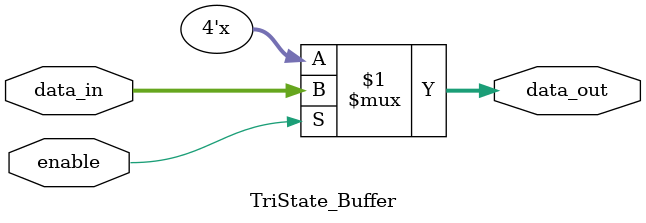
<source format=sv>
module TriState_NAND (
    input        en,
    input  [3:0] a, b,
    output [3:0] y
);
    // Internal connections
    wire [3:0] nand_result;
    
    // Instantiate logic operation submodule
    NAND_Logic u_nand_logic (
        .in_a          (a),
        .in_b          (b),
        .nand_out      (nand_result)
    );
    
    // Instantiate tristate buffer submodule
    TriState_Buffer u_tristate_buffer (
        .enable        (en),
        .data_in       (nand_result),
        .data_out      (y)
    );
endmodule

// Submodule for NAND logic operation
module NAND_Logic (
    input  [3:0] in_a,
    input  [3:0] in_b,
    output [3:0] nand_out
);
    // Optimized NAND implementation
    assign nand_out = ~(in_a & in_b);
endmodule

// Submodule for tristate buffer functionality
module TriState_Buffer (
    input        enable,
    input  [3:0] data_in,
    output [3:0] data_out
);
    // Tristate buffer implementation
    assign data_out = enable ? data_in : 4'bzzzz;
endmodule
</source>
